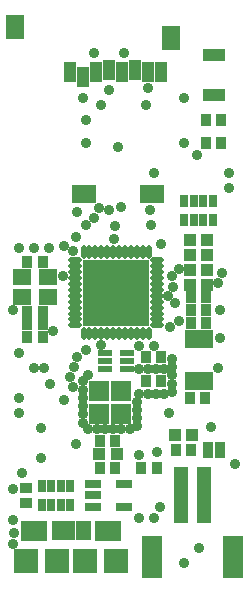
<source format=gts>
G75*
G70*
%OFA0B0*%
%FSLAX24Y24*%
%IPPOS*%
%LPD*%
%AMOC8*
5,1,8,0,0,1.08239X$1,22.5*
%
%ADD10R,0.2245X0.2245*%
%ADD11C,0.0198*%
%ADD12R,0.0474X0.0218*%
%ADD13R,0.0474X0.1891*%
%ADD14R,0.0710X0.1419*%
%ADD15R,0.0789X0.0631*%
%ADD16R,0.0631X0.0828*%
%ADD17R,0.0395X0.0671*%
%ADD18C,0.0024*%
%ADD19R,0.0828X0.0828*%
%ADD20R,0.0907X0.0710*%
%ADD21R,0.0686X0.0686*%
%ADD22R,0.0356X0.0434*%
%ADD23R,0.0631X0.0552*%
%ADD24R,0.0946X0.0592*%
%ADD25R,0.0749X0.0395*%
%ADD26R,0.0395X0.0395*%
%ADD27R,0.0277X0.0434*%
%ADD28R,0.0552X0.0297*%
%ADD29R,0.0434X0.0356*%
%ADD30R,0.0330X0.0580*%
%ADD31C,0.0350*%
D10*
X005180Y010380D03*
D11*
X005278Y009150D02*
X005278Y008894D01*
X005082Y008894D02*
X005082Y009150D01*
X004885Y009150D02*
X004885Y008894D01*
X004688Y008894D02*
X004688Y009150D01*
X004491Y009150D02*
X004491Y008894D01*
X004294Y008894D02*
X004294Y009150D01*
X004097Y009150D02*
X004097Y008894D01*
X003950Y009297D02*
X003694Y009297D01*
X003694Y009494D02*
X003950Y009494D01*
X003950Y009691D02*
X003694Y009691D01*
X003694Y009888D02*
X003950Y009888D01*
X003950Y010085D02*
X003694Y010085D01*
X003694Y010282D02*
X003950Y010282D01*
X003950Y010478D02*
X003694Y010478D01*
X003694Y010675D02*
X003950Y010675D01*
X003950Y010872D02*
X003694Y010872D01*
X003694Y011069D02*
X003950Y011069D01*
X003950Y011266D02*
X003694Y011266D01*
X003694Y011463D02*
X003950Y011463D01*
X004097Y011610D02*
X004097Y011866D01*
X004294Y011866D02*
X004294Y011610D01*
X004491Y011610D02*
X004491Y011866D01*
X004688Y011866D02*
X004688Y011610D01*
X004885Y011610D02*
X004885Y011866D01*
X005082Y011866D02*
X005082Y011610D01*
X005278Y011610D02*
X005278Y011866D01*
X005475Y011866D02*
X005475Y011610D01*
X005672Y011610D02*
X005672Y011866D01*
X005869Y011866D02*
X005869Y011610D01*
X006066Y011610D02*
X006066Y011866D01*
X006263Y011866D02*
X006263Y011610D01*
X006410Y011463D02*
X006666Y011463D01*
X006666Y011266D02*
X006410Y011266D01*
X006410Y011069D02*
X006666Y011069D01*
X006666Y010872D02*
X006410Y010872D01*
X006410Y010675D02*
X006666Y010675D01*
X006666Y010478D02*
X006410Y010478D01*
X006410Y010282D02*
X006666Y010282D01*
X006666Y010085D02*
X006410Y010085D01*
X006410Y009888D02*
X006666Y009888D01*
X006666Y009691D02*
X006410Y009691D01*
X006410Y009494D02*
X006666Y009494D01*
X006666Y009297D02*
X006410Y009297D01*
X006263Y009150D02*
X006263Y008894D01*
X006066Y008894D02*
X006066Y009150D01*
X005869Y009150D02*
X005869Y008894D01*
X005672Y008894D02*
X005672Y009150D01*
X005475Y009150D02*
X005475Y008894D01*
D12*
X005534Y008361D03*
X005534Y008105D03*
X005534Y007849D03*
X004826Y007849D03*
X004826Y008105D03*
X004826Y008361D03*
D13*
X007336Y003637D03*
X008124Y003637D03*
D14*
X009069Y001589D03*
X006391Y001589D03*
D15*
X006373Y013687D03*
X004129Y013687D03*
D16*
X001826Y019258D03*
X007003Y018865D03*
D17*
X006692Y017743D03*
X006259Y017743D03*
X005826Y017821D03*
X005393Y017743D03*
X004959Y017821D03*
X004526Y017743D03*
X004093Y017585D03*
X003660Y017743D03*
D18*
X003786Y002190D02*
X003574Y002190D01*
X003574Y002776D01*
X003786Y002776D01*
X003786Y002190D01*
X003786Y002213D02*
X003574Y002213D01*
X003574Y002236D02*
X003786Y002236D01*
X003786Y002259D02*
X003574Y002259D01*
X003574Y002282D02*
X003786Y002282D01*
X003786Y002305D02*
X003574Y002305D01*
X003574Y002328D02*
X003786Y002328D01*
X003786Y002351D02*
X003574Y002351D01*
X003574Y002374D02*
X003786Y002374D01*
X003786Y002397D02*
X003574Y002397D01*
X003574Y002420D02*
X003786Y002420D01*
X003786Y002443D02*
X003574Y002443D01*
X003574Y002466D02*
X003786Y002466D01*
X003786Y002489D02*
X003574Y002489D01*
X003574Y002512D02*
X003786Y002512D01*
X003786Y002535D02*
X003574Y002535D01*
X003574Y002558D02*
X003786Y002558D01*
X003786Y002581D02*
X003574Y002581D01*
X003574Y002604D02*
X003786Y002604D01*
X003786Y002627D02*
X003574Y002627D01*
X003574Y002650D02*
X003786Y002650D01*
X003786Y002673D02*
X003574Y002673D01*
X003574Y002696D02*
X003786Y002696D01*
X003786Y002719D02*
X003574Y002719D01*
X003574Y002742D02*
X003786Y002742D01*
X003786Y002765D02*
X003574Y002765D01*
X003530Y002190D02*
X003318Y002190D01*
X003318Y002776D01*
X003530Y002776D01*
X003530Y002190D01*
X003530Y002213D02*
X003318Y002213D01*
X003318Y002236D02*
X003530Y002236D01*
X003530Y002259D02*
X003318Y002259D01*
X003318Y002282D02*
X003530Y002282D01*
X003530Y002305D02*
X003318Y002305D01*
X003318Y002328D02*
X003530Y002328D01*
X003530Y002351D02*
X003318Y002351D01*
X003318Y002374D02*
X003530Y002374D01*
X003530Y002397D02*
X003318Y002397D01*
X003318Y002420D02*
X003530Y002420D01*
X003530Y002443D02*
X003318Y002443D01*
X003318Y002466D02*
X003530Y002466D01*
X003530Y002489D02*
X003318Y002489D01*
X003318Y002512D02*
X003530Y002512D01*
X003530Y002535D02*
X003318Y002535D01*
X003318Y002558D02*
X003530Y002558D01*
X003530Y002581D02*
X003318Y002581D01*
X003318Y002604D02*
X003530Y002604D01*
X003530Y002627D02*
X003318Y002627D01*
X003318Y002650D02*
X003530Y002650D01*
X003530Y002673D02*
X003318Y002673D01*
X003318Y002696D02*
X003530Y002696D01*
X003530Y002719D02*
X003318Y002719D01*
X003318Y002742D02*
X003530Y002742D01*
X003530Y002765D02*
X003318Y002765D01*
X003274Y002190D02*
X003062Y002190D01*
X003062Y002776D01*
X003274Y002776D01*
X003274Y002190D01*
X003274Y002213D02*
X003062Y002213D01*
X003062Y002236D02*
X003274Y002236D01*
X003274Y002259D02*
X003062Y002259D01*
X003062Y002282D02*
X003274Y002282D01*
X003274Y002305D02*
X003062Y002305D01*
X003062Y002328D02*
X003274Y002328D01*
X003274Y002351D02*
X003062Y002351D01*
X003062Y002374D02*
X003274Y002374D01*
X003274Y002397D02*
X003062Y002397D01*
X003062Y002420D02*
X003274Y002420D01*
X003274Y002443D02*
X003062Y002443D01*
X003062Y002466D02*
X003274Y002466D01*
X003274Y002489D02*
X003062Y002489D01*
X003062Y002512D02*
X003274Y002512D01*
X003274Y002535D02*
X003062Y002535D01*
X003062Y002558D02*
X003274Y002558D01*
X003274Y002581D02*
X003062Y002581D01*
X003062Y002604D02*
X003274Y002604D01*
X003274Y002627D02*
X003062Y002627D01*
X003062Y002650D02*
X003274Y002650D01*
X003274Y002673D02*
X003062Y002673D01*
X003062Y002696D02*
X003274Y002696D01*
X003274Y002719D02*
X003062Y002719D01*
X003062Y002742D02*
X003274Y002742D01*
X003274Y002765D02*
X003062Y002765D01*
X003830Y002190D02*
X004042Y002190D01*
X003830Y002190D02*
X003830Y002776D01*
X004042Y002776D01*
X004042Y002190D01*
X004042Y002213D02*
X003830Y002213D01*
X003830Y002236D02*
X004042Y002236D01*
X004042Y002259D02*
X003830Y002259D01*
X003830Y002282D02*
X004042Y002282D01*
X004042Y002305D02*
X003830Y002305D01*
X003830Y002328D02*
X004042Y002328D01*
X004042Y002351D02*
X003830Y002351D01*
X003830Y002374D02*
X004042Y002374D01*
X004042Y002397D02*
X003830Y002397D01*
X003830Y002420D02*
X004042Y002420D01*
X004042Y002443D02*
X003830Y002443D01*
X003830Y002466D02*
X004042Y002466D01*
X004042Y002489D02*
X003830Y002489D01*
X003830Y002512D02*
X004042Y002512D01*
X004042Y002535D02*
X003830Y002535D01*
X003830Y002558D02*
X004042Y002558D01*
X004042Y002581D02*
X003830Y002581D01*
X003830Y002604D02*
X004042Y002604D01*
X004042Y002627D02*
X003830Y002627D01*
X003830Y002650D02*
X004042Y002650D01*
X004042Y002673D02*
X003830Y002673D01*
X003830Y002696D02*
X004042Y002696D01*
X004042Y002719D02*
X003830Y002719D01*
X003830Y002742D02*
X004042Y002742D01*
X004042Y002765D02*
X003830Y002765D01*
X004086Y002190D02*
X004298Y002190D01*
X004086Y002190D02*
X004086Y002776D01*
X004298Y002776D01*
X004298Y002190D01*
X004298Y002213D02*
X004086Y002213D01*
X004086Y002236D02*
X004298Y002236D01*
X004298Y002259D02*
X004086Y002259D01*
X004086Y002282D02*
X004298Y002282D01*
X004298Y002305D02*
X004086Y002305D01*
X004086Y002328D02*
X004298Y002328D01*
X004298Y002351D02*
X004086Y002351D01*
X004086Y002374D02*
X004298Y002374D01*
X004298Y002397D02*
X004086Y002397D01*
X004086Y002420D02*
X004298Y002420D01*
X004298Y002443D02*
X004086Y002443D01*
X004086Y002466D02*
X004298Y002466D01*
X004298Y002489D02*
X004086Y002489D01*
X004086Y002512D02*
X004298Y002512D01*
X004298Y002535D02*
X004086Y002535D01*
X004086Y002558D02*
X004298Y002558D01*
X004298Y002581D02*
X004086Y002581D01*
X004086Y002604D02*
X004298Y002604D01*
X004298Y002627D02*
X004086Y002627D01*
X004086Y002650D02*
X004298Y002650D01*
X004298Y002673D02*
X004086Y002673D01*
X004086Y002696D02*
X004298Y002696D01*
X004298Y002719D02*
X004086Y002719D01*
X004086Y002742D02*
X004298Y002742D01*
X004298Y002765D02*
X004086Y002765D01*
D19*
X004152Y001430D03*
X005176Y001430D03*
X003208Y001430D03*
X002184Y001430D03*
D20*
X002459Y002434D03*
X004900Y002434D03*
D21*
X004598Y006348D03*
X004598Y007112D03*
X005362Y007112D03*
X005362Y006348D03*
D22*
X005161Y005455D03*
X004649Y005455D03*
X004649Y004555D03*
X005161Y004555D03*
X006024Y004555D03*
X006536Y004555D03*
X007174Y005130D03*
X007686Y005130D03*
X007649Y006880D03*
X008161Y006880D03*
X008186Y009380D03*
X008186Y009805D03*
X008186Y010230D03*
X007674Y010230D03*
X007674Y009805D03*
X007674Y009380D03*
X006686Y008230D03*
X006686Y007430D03*
X006174Y007430D03*
X006174Y008230D03*
X002736Y008905D03*
X002736Y009330D03*
X002736Y009755D03*
X002224Y009755D03*
X002224Y009330D03*
X002224Y008905D03*
X002224Y011405D03*
X002736Y011405D03*
X008174Y015380D03*
X008174Y016130D03*
X008686Y016130D03*
X008686Y015380D03*
D23*
X002913Y010915D03*
X002913Y010245D03*
X002047Y010245D03*
X002047Y010915D03*
D24*
X007930Y008829D03*
X007930Y007431D03*
D25*
X008430Y016961D03*
X008430Y018299D03*
D26*
X008225Y012130D03*
X008225Y011630D03*
X008225Y011130D03*
X008225Y010630D03*
X007635Y010630D03*
X007635Y011130D03*
X007635Y011630D03*
X007635Y012130D03*
X007725Y005630D03*
X007135Y005630D03*
X005200Y005005D03*
X004610Y005005D03*
D27*
X003652Y003945D03*
X003337Y003945D03*
X003022Y003945D03*
X002708Y003945D03*
X002708Y003315D03*
X003022Y003315D03*
X003337Y003315D03*
X003652Y003315D03*
X007458Y012815D03*
X007458Y013445D03*
X007772Y013445D03*
X008087Y013445D03*
X008402Y013445D03*
X008402Y012815D03*
X008087Y012815D03*
X007772Y012815D03*
D28*
X005442Y004004D03*
X005442Y003256D03*
X004418Y003256D03*
X004418Y003630D03*
X004418Y004004D03*
D29*
X002180Y003886D03*
X002180Y003374D03*
D30*
X008230Y005130D03*
X008630Y005130D03*
D31*
X001730Y002005D03*
X001780Y002380D03*
X001755Y002805D03*
X001755Y003830D03*
X002030Y004380D03*
X002680Y004880D03*
X002680Y005880D03*
X001930Y006380D03*
X001930Y006880D03*
X002430Y007880D03*
X002780Y007880D03*
X002980Y007330D03*
X003455Y006805D03*
X003730Y007255D03*
X003655Y007580D03*
X003780Y007905D03*
X003880Y008230D03*
X004180Y008480D03*
X004255Y007630D03*
X004080Y007430D03*
X004080Y007155D03*
X004080Y006880D03*
X004080Y006605D03*
X004080Y006330D03*
X004080Y006055D03*
X004255Y005830D03*
X004530Y005830D03*
X004805Y005830D03*
X005080Y005830D03*
X005355Y005830D03*
X005630Y005830D03*
X005880Y005930D03*
X005880Y006205D03*
X005880Y006480D03*
X005880Y006755D03*
X005955Y007005D03*
X006230Y007005D03*
X006505Y007005D03*
X006780Y007005D03*
X007055Y007080D03*
X007055Y007355D03*
X007055Y007630D03*
X007055Y007905D03*
X007055Y008180D03*
X006780Y007830D03*
X006505Y007830D03*
X006230Y007830D03*
X005955Y007830D03*
X005930Y008605D03*
X006455Y008605D03*
X006980Y009230D03*
X007280Y009455D03*
X007130Y010030D03*
X006903Y010282D03*
X007080Y010580D03*
X007055Y010930D03*
X007280Y011180D03*
X006680Y012005D03*
X006330Y012630D03*
X006305Y013155D03*
X006430Y014380D03*
X007430Y015380D03*
X007880Y014980D03*
X007430Y016880D03*
X006259Y017209D03*
X006180Y016630D03*
X005430Y018380D03*
X004930Y017130D03*
X004680Y016630D03*
X004180Y016130D03*
X004180Y015380D03*
X004093Y016880D03*
X004430Y018380D03*
X005230Y015255D03*
X005330Y013230D03*
X005130Y012605D03*
X005105Y012180D03*
X004955Y013155D03*
X004605Y013205D03*
X004430Y012880D03*
X004180Y012630D03*
X003880Y013080D03*
X003830Y012230D03*
X003755Y011780D03*
X003455Y011955D03*
X003405Y010930D03*
X002930Y011880D03*
X002430Y011880D03*
X001930Y011880D03*
X001730Y009805D03*
X001930Y008380D03*
X003080Y009105D03*
X004680Y008630D03*
X003830Y005330D03*
X005955Y004980D03*
X006555Y005080D03*
X006930Y006380D03*
X008330Y005905D03*
X009130Y004680D03*
X007930Y001880D03*
X007430Y001380D03*
X006630Y003255D03*
X006430Y002880D03*
X005930Y002880D03*
X008580Y007880D03*
X008630Y008880D03*
X008655Y009805D03*
X008580Y010720D03*
X008715Y011040D03*
X008930Y013880D03*
X008930Y014380D03*
M02*

</source>
